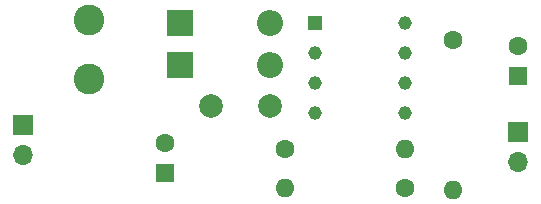
<source format=gbs>
%TF.GenerationSoftware,KiCad,Pcbnew,8.0.8*%
%TF.CreationDate,2025-06-29T12:49:34+09:00*%
%TF.ProjectId,NJM2374A_Invert,4e4a4d32-3337-4344-915f-496e76657274,rev?*%
%TF.SameCoordinates,Original*%
%TF.FileFunction,Soldermask,Bot*%
%TF.FilePolarity,Negative*%
%FSLAX46Y46*%
G04 Gerber Fmt 4.6, Leading zero omitted, Abs format (unit mm)*
G04 Created by KiCad (PCBNEW 8.0.8) date 2025-06-29 12:49:34*
%MOMM*%
%LPD*%
G01*
G04 APERTURE LIST*
%ADD10C,1.600000*%
%ADD11O,1.600000X1.600000*%
%ADD12R,1.600000X1.600000*%
%ADD13R,2.200000X2.200000*%
%ADD14O,2.200000X2.200000*%
%ADD15R,1.700000X1.700000*%
%ADD16O,1.700000X1.700000*%
%ADD17R,1.160000X1.160000*%
%ADD18C,1.160000*%
%ADD19C,2.000000*%
%ADD20C,2.600000*%
G04 APERTURE END LIST*
D10*
%TO.C,R4*%
X119888000Y-83439000D03*
D11*
X119888000Y-96139000D03*
%TD*%
D12*
%TO.C,C3*%
X95504000Y-94702000D03*
D10*
X95504000Y-92202000D03*
%TD*%
%TO.C,R1*%
X105664000Y-92710000D03*
D11*
X115824000Y-92710000D03*
%TD*%
D13*
%TO.C,D1*%
X96774000Y-82042000D03*
D14*
X104394000Y-82042000D03*
%TD*%
D15*
%TO.C,J2*%
X83439000Y-90678000D03*
D16*
X83439000Y-93218000D03*
%TD*%
D13*
%TO.C,D2*%
X96774000Y-85598000D03*
D14*
X104394000Y-85598000D03*
%TD*%
D10*
%TO.C,R2*%
X115824000Y-96012000D03*
D11*
X105664000Y-96012000D03*
%TD*%
D12*
%TO.C,C1*%
X125349000Y-86500000D03*
D10*
X125349000Y-84000000D03*
%TD*%
D15*
%TO.C,J1*%
X125349000Y-91239000D03*
D16*
X125349000Y-93779000D03*
%TD*%
D17*
%TO.C,PS1*%
X108190000Y-82063000D03*
D18*
X108190000Y-84603000D03*
X108190000Y-87143000D03*
X108190000Y-89683000D03*
X115810000Y-89683000D03*
X115810000Y-87143000D03*
X115810000Y-84603000D03*
X115810000Y-82063000D03*
%TD*%
D19*
%TO.C,C2*%
X99354000Y-89027000D03*
X104354000Y-89027000D03*
%TD*%
D20*
%TO.C,L1*%
X89027000Y-81788000D03*
X89027000Y-86788000D03*
%TD*%
M02*

</source>
